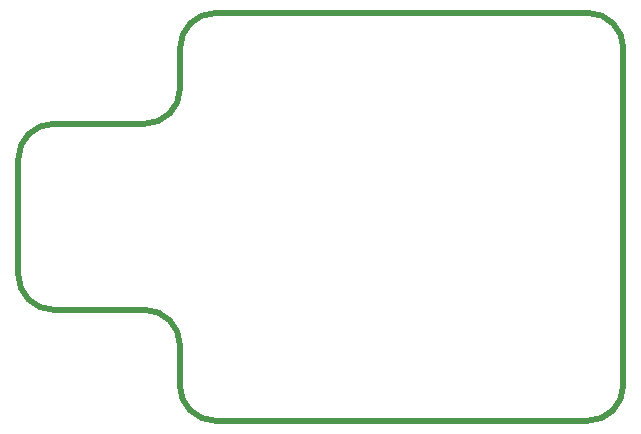
<source format=gbr>
%TF.GenerationSoftware,KiCad,Pcbnew,8.0.4*%
%TF.CreationDate,2024-07-26T08:44:17-07:00*%
%TF.ProjectId,GOLD,474f4c44-2e6b-4696-9361-645f70636258,0*%
%TF.SameCoordinates,Original*%
%TF.FileFunction,Profile,NP*%
%FSLAX46Y46*%
G04 Gerber Fmt 4.6, Leading zero omitted, Abs format (unit mm)*
G04 Created by KiCad (PCBNEW 8.0.4) date 2024-07-26 08:44:17*
%MOMM*%
%LPD*%
G01*
G04 APERTURE LIST*
%TA.AperFunction,Profile*%
%ADD10C,0.500000*%
%TD*%
G04 APERTURE END LIST*
D10*
X-1Y-3000001D02*
G75*
G02*
X-2999961Y-1I20J2999980D01*
G01*
X34551519Y0D02*
G75*
G02*
X31551519Y-3000021I-3000000J-21D01*
G01*
X-13680235Y22145168D02*
X-5971755Y22145168D01*
X-13680235Y6382088D02*
G75*
G02*
X-16680272Y9382088I-46J2999991D01*
G01*
X-2979361Y28523359D02*
X-2971755Y25145168D01*
X-16680235Y19145168D02*
X-16680235Y9382088D01*
X-16680235Y19145168D02*
G75*
G02*
X-13680235Y22145133I2999954J11D01*
G01*
X-5974555Y6382088D02*
G75*
G02*
X-2979385Y3378139I-26J-2995209D01*
G01*
X-5974555Y6382088D02*
X-13680235Y6382088D01*
X31551519Y-3000000D02*
X-1Y-3000001D01*
X20639Y31523359D02*
X31551519Y31523360D01*
X-2971755Y25145168D02*
G75*
G02*
X-5971755Y22145153I-3000026J11D01*
G01*
X-2979361Y28523359D02*
G75*
G02*
X20639Y31523359I2999980J20D01*
G01*
X34551519Y28523360D02*
X34551519Y0D01*
X31551519Y31523360D02*
G75*
G02*
X34551500Y28523360I0J-2999981D01*
G01*
X-3000001Y-1D02*
X-2979328Y3378139D01*
M02*

</source>
